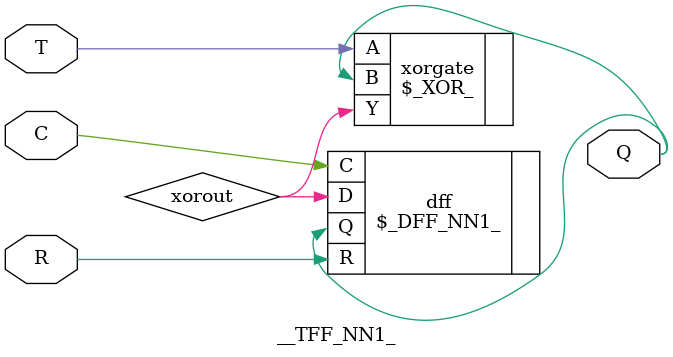
<source format=v>
module __TFF_NN1_ (T, C, R, Q);
	input T, C, R;
	output wire Q;
	wire xorout;
	$_XOR_ xorgate (
		.A(T),
		.B(Q),
		.Y(xorout),
	);
	$_DFF_NN1_ dff (
		.C(C),
		.D(xorout),
		.Q(Q),
		.R(R),
	);
endmodule
</source>
